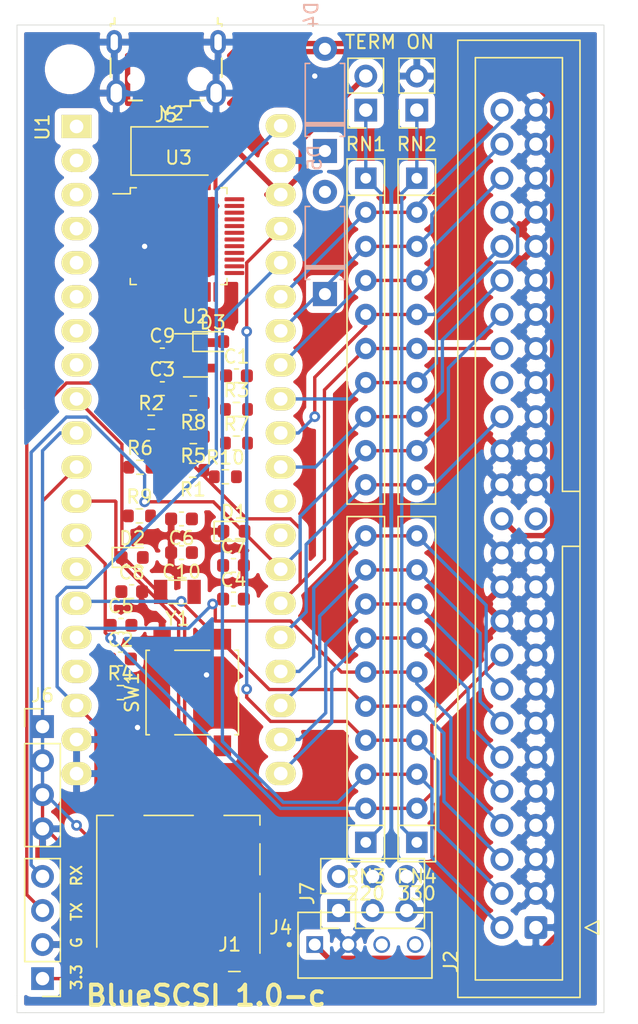
<source format=kicad_pcb>
(kicad_pcb (version 20171130) (host pcbnew "(5.1.9-16-g1737927814)-1")
  (layers (0 F.Cu signal) (31 B.Cu signal) (34 B.Paste user) (35 F.Paste user) (36 B.SilkS user) (37 F.SilkS user) (38 B.Mask user) (39 F.Mask user) (44 Edge.Cuts user))
  (net 0 "")
  (net 1 GND)
  (net 2 +3V3)
  (net 3 "Net-(JP1-Pad1)")
  (net 4 "Net-(JP2-Pad1)")
  (net 5 VCC)
  (net 6 /TERM_PWR)
  (net 7 +5V)
  (net 8 "Net-(H1-Pad1)")
  (net 9 "Net-(J1-Pad8)")
  (net 10 "Net-(J1-Pad1)")
  (net 11 "Net-(J2-Pad34)")
  (net 12 "Net-(J2-Pad25)")
  (net 13 "Net-(J4-Pad3)")
  (net 14 "Net-(J4-Pad4)")
  (net 15 "Net-(U1-Pad29)")
  (net 16 "Net-(U1-Pad28)")
  (net 17 "Net-(U1-Pad17)")
  (net 18 "Net-(U1-Pad14)")
  (net 19 "Net-(U1-Pad8)")
  (net 20 "Net-(U1-Pad7)")
  (net 21 "Net-(U1-Pad6)")
  (net 22 "Net-(U1-Pad5)")
  (net 23 "Net-(U1-Pad4)")
  (net 24 "Net-(U1-Pad3)")
  (net 25 "Net-(U1-Pad1)")
  (net 26 "Net-(C1-Pad2)")
  (net 27 /Blue_Pill_Clone/PC14)
  (net 28 /Blue_Pill_Clone/PC15)
  (net 29 /Blue_Pill_Clone/Reset)
  (net 30 "Net-(C4-Pad2)")
  (net 31 /Blue_Pill_Clone/OSCIN)
  (net 32 /Blue_Pill_Clone/OSCOUT)
  (net 33 "Net-(D1-Pad2)")
  (net 34 "Net-(D2-Pad2)")
  (net 35 "Net-(D3-Pad2)")
  (net 36 DBG_LED)
  (net 37 SD_MISO)
  (net 38 SD_CLK)
  (net 39 SD_CS)
  (net 40 SCSI_IO)
  (net 41 SCSI_REQ)
  (net 42 SCSI_CD)
  (net 43 SCSI_SEL)
  (net 44 SCSI_MSG)
  (net 45 SCSI_RST)
  (net 46 SCSI_ACK)
  (net 47 SCSI_BSY)
  (net 48 SCSI_ATN)
  (net 49 SCSI_DATP)
  (net 50 SCSI_DAT7)
  (net 51 SCSI_DAT6)
  (net 52 SCSI_DAT5)
  (net 53 SCSI_DAT4)
  (net 54 SCSI_DAT3)
  (net 55 SCSI_DAT2)
  (net 56 SCSI_DAT1)
  (net 57 SCSI_DAT0)
  (net 58 "Net-(J5-Pad4)")
  (net 59 "Net-(J5-Pad3)")
  (net 60 "Net-(J5-Pad2)")
  (net 61 VBUS)
  (net 62 /Blue_Pill_Clone/SWCLK)
  (net 63 /Blue_Pill_Clone/SWDIO)
  (net 64 "Net-(J7-Pad4)")
  (net 65 "Net-(J7-Pad3)")
  (net 66 /Blue_Pill_Clone/USB_Data_+)
  (net 67 /Blue_Pill_Clone/USB_Data_-)
  (net 68 /Blue_Pill_Clone/BOOT_0)
  (net 69 /Blue_Pill_Clone/BOOT_1)
  (net 70 "Net-(U2-Pad4)")
  (net 71 "Net-(U3-Pad19)")
  (net 72 "Net-(U3-Pad13)")
  (net 73 "Net-(U3-Pad12)")
  (net 74 "Net-(U3-Pad11)")
  (net 75 "Net-(U3-Pad10)")
  (net 76 "Net-(U3-Pad1)")
  (module Crystal:Crystal_SMD_5032-2Pin_5.0x3.2mm (layer F.Cu) (at 82.677 84.963)
    (fp_text reference Y2 (at 0 -2.8) (layer F.SilkS))
    (fp_text value 8MHz)
    (pad 2 smd rect (at 1.85 0) (size 2 2.4) (layers F.Cu F.Paste F.Mask) (net 32 /Blue_Pill_Clone/OSCOUT))
    (pad 1 smd rect (at -1.85 0) (size 2 2.4) (layers F.Cu F.Paste F.Mask) (net 31 /Blue_Pill_Clone/OSCIN))
  )
  (module Crystal:Crystal_SMD_3215-2Pin_3.2x1.5mm (layer F.Cu) (at 83.089 117.843 180)
    (fp_text reference Y1 (at 0 -2) (layer F.SilkS))
    (fp_text value 32.768k)
    (pad 2 smd rect (at -1.25 0 180) (size 1 1.8) (layers F.Cu F.Paste F.Mask) (net 28 /Blue_Pill_Clone/PC15))
    (pad 1 smd rect (at 1.25 0 180) (size 1 1.8) (layers F.Cu F.Paste F.Mask) (net 27 /Blue_Pill_Clone/PC14))
  )
  (module Package_QFP:LQFP-48_7x7mm_P0.5mm (layer F.Cu) (at 83.185 91.313)
    (fp_text reference U3 (at 0 -5.85) (layer F.SilkS))
    (fp_text value STM32F103C8Tx)
    (pad 48 smd roundrect (at -2.75 -4.1625) (size 0.3 1.475) (layers F.Cu F.Paste F.Mask) (net 2 +3V3))
    (pad 47 smd roundrect (at -2.25 -4.1625) (size 0.3 1.475) (layers F.Cu F.Paste F.Mask) (net 1 GND))
    (pad 46 smd roundrect (at -1.75 -4.1625) (size 0.3 1.475) (layers F.Cu F.Paste F.Mask) (net 56 SCSI_DAT1))
    (pad 45 smd roundrect (at -1.25 -4.1625) (size 0.3 1.475) (layers F.Cu F.Paste F.Mask) (net 57 SCSI_DAT0))
    (pad 44 smd roundrect (at -0.75 -4.1625) (size 0.3 1.475) (layers F.Cu F.Paste F.Mask) (net 68 /Blue_Pill_Clone/BOOT_0))
    (pad 43 smd roundrect (at -0.25 -4.1625) (size 0.3 1.475) (layers F.Cu F.Paste F.Mask) (net 40 SCSI_IO))
    (pad 42 smd roundrect (at 0.25 -4.1625) (size 0.3 1.475) (layers F.Cu F.Paste F.Mask) (net 41 SCSI_REQ))
    (pad 41 smd roundrect (at 0.75 -4.1625) (size 0.3 1.475) (layers F.Cu F.Paste F.Mask) (net 42 SCSI_CD))
    (pad 40 smd roundrect (at 1.25 -4.1625) (size 0.3 1.475) (layers F.Cu F.Paste F.Mask) (net 43 SCSI_SEL))
    (pad 39 smd roundrect (at 1.75 -4.1625) (size 0.3 1.475) (layers F.Cu F.Paste F.Mask) (net 44 SCSI_MSG))
    (pad 38 smd roundrect (at 2.25 -4.1625) (size 0.3 1.475) (layers F.Cu F.Paste F.Mask) (net 45 SCSI_RST))
    (pad 37 smd roundrect (at 2.75 -4.1625) (size 0.3 1.475) (layers F.Cu F.Paste F.Mask) (net 62 /Blue_Pill_Clone/SWCLK))
    (pad 36 smd roundrect (at 4.1625 -2.75) (size 1.475 0.3) (layers F.Cu F.Paste F.Mask) (net 2 +3V3))
    (pad 35 smd roundrect (at 4.1625 -2.25) (size 1.475 0.3) (layers F.Cu F.Paste F.Mask) (net 1 GND))
    (pad 34 smd roundrect (at 4.1625 -1.75) (size 1.475 0.3) (layers F.Cu F.Paste F.Mask) (net 63 /Blue_Pill_Clone/SWDIO))
    (pad 33 smd roundrect (at 4.1625 -1.25) (size 1.475 0.3) (layers F.Cu F.Paste F.Mask) (net 66 /Blue_Pill_Clone/USB_Data_+))
    (pad 32 smd roundrect (at 4.1625 -0.75) (size 1.475 0.3) (layers F.Cu F.Paste F.Mask) (net 67 /Blue_Pill_Clone/USB_Data_-))
    (pad 31 smd roundrect (at 4.1625 -0.25) (size 1.475 0.3) (layers F.Cu F.Paste F.Mask) (net 46 SCSI_ACK))
    (pad 30 smd roundrect (at 4.1625 0.25) (size 1.475 0.3) (layers F.Cu F.Paste F.Mask) (net 47 SCSI_BSY))
    (pad 29 smd roundrect (at 4.1625 0.75) (size 1.475 0.3) (layers F.Cu F.Paste F.Mask) (net 48 SCSI_ATN))
    (pad 28 smd roundrect (at 4.1625 1.25) (size 1.475 0.3) (layers F.Cu F.Paste F.Mask) (net 50 SCSI_DAT7))
    (pad 27 smd roundrect (at 4.1625 1.75) (size 1.475 0.3) (layers F.Cu F.Paste F.Mask) (net 51 SCSI_DAT6))
    (pad 26 smd roundrect (at 4.1625 2.25) (size 1.475 0.3) (layers F.Cu F.Paste F.Mask) (net 52 SCSI_DAT5))
    (pad 25 smd roundrect (at 4.1625 2.75) (size 1.475 0.3) (layers F.Cu F.Paste F.Mask) (net 53 SCSI_DAT4))
    (pad 24 smd roundrect (at 2.75 4.1625) (size 0.3 1.475) (layers F.Cu F.Paste F.Mask) (net 2 +3V3))
    (pad 23 smd roundrect (at 2.25 4.1625) (size 0.3 1.475) (layers F.Cu F.Paste F.Mask) (net 1 GND))
    (pad 22 smd roundrect (at 1.75 4.1625) (size 0.3 1.475) (layers F.Cu F.Paste F.Mask) (net 54 SCSI_DAT3))
    (pad 21 smd roundrect (at 1.25 4.1625) (size 0.3 1.475) (layers F.Cu F.Paste F.Mask) (net 55 SCSI_DAT2))
    (pad 20 smd roundrect (at 0.75 4.1625) (size 0.3 1.475) (layers F.Cu F.Paste F.Mask) (net 69 /Blue_Pill_Clone/BOOT_1))
    (pad 19 smd roundrect (at 0.25 4.1625) (size 0.3 1.475) (layers F.Cu F.Paste F.Mask) (net 71 "Net-(U3-Pad19)"))
    (pad 18 smd roundrect (at -0.25 4.1625) (size 0.3 1.475) (layers F.Cu F.Paste F.Mask) (net 49 SCSI_DATP))
    (pad 17 smd roundrect (at -0.75 4.1625) (size 0.3 1.475) (layers F.Cu F.Paste F.Mask) (net 37 SD_MISO))
    (pad 16 smd roundrect (at -1.25 4.1625) (size 0.3 1.475) (layers F.Cu F.Paste F.Mask) (net 37 SD_MISO))
    (pad 15 smd roundrect (at -1.75 4.1625) (size 0.3 1.475) (layers F.Cu F.Paste F.Mask) (net 38 SD_CLK))
    (pad 14 smd roundrect (at -2.25 4.1625) (size 0.3 1.475) (layers F.Cu F.Paste F.Mask) (net 39 SD_CS))
    (pad 13 smd roundrect (at -2.75 4.1625) (size 0.3 1.475) (layers F.Cu F.Paste F.Mask) (net 72 "Net-(U3-Pad13)"))
    (pad 12 smd roundrect (at -4.1625 2.75) (size 1.475 0.3) (layers F.Cu F.Paste F.Mask) (net 73 "Net-(U3-Pad12)"))
    (pad 11 smd roundrect (at -4.1625 2.25) (size 1.475 0.3) (layers F.Cu F.Paste F.Mask) (net 74 "Net-(U3-Pad11)"))
    (pad 10 smd roundrect (at -4.1625 1.75) (size 1.475 0.3) (layers F.Cu F.Paste F.Mask) (net 75 "Net-(U3-Pad10)"))
    (pad 9 smd roundrect (at -4.1625 1.25) (size 1.475 0.3) (layers F.Cu F.Paste F.Mask) (net 2 +3V3))
    (pad 8 smd roundrect (at -4.1625 0.75) (size 1.475 0.3) (layers F.Cu F.Paste F.Mask) (net 1 GND))
    (pad 7 smd roundrect (at -4.1625 0.25) (size 1.475 0.3) (layers F.Cu F.Paste F.Mask) (net 29 /Blue_Pill_Clone/Reset))
    (pad 6 smd roundrect (at -4.1625 -0.25) (size 1.475 0.3) (layers F.Cu F.Paste F.Mask) (net 32 /Blue_Pill_Clone/OSCOUT))
    (pad 5 smd roundrect (at -4.1625 -0.75) (size 1.475 0.3) (layers F.Cu F.Paste F.Mask) (net 31 /Blue_Pill_Clone/OSCIN))
    (pad 4 smd roundrect (at -4.1625 -1.25) (size 1.475 0.3) (layers F.Cu F.Paste F.Mask) (net 28 /Blue_Pill_Clone/PC15))
    (pad 3 smd roundrect (at -4.1625 -1.75) (size 1.475 0.3) (layers F.Cu F.Paste F.Mask) (net 27 /Blue_Pill_Clone/PC14))
    (pad 2 smd roundrect (at -4.1625 -2.25) (size 1.475 0.3) (layers F.Cu F.Paste F.Mask) (net 36 DBG_LED))
    (pad 1 smd roundrect (at -4.1625 -2.75) (size 1.475 0.3) (layers F.Cu F.Paste F.Mask) (net 76 "Net-(U3-Pad1)"))
  )
  (module Package_TO_SOT_SMD:SOT-23-5 (layer F.Cu) (at 84.455 100.203)
    (fp_text reference U2 (at 0 -2.9) (layer F.SilkS))
    (fp_text value MIC5504-3.3YM5)
    (pad 5 smd rect (at 1.1 -0.95) (size 1.06 0.65) (layers F.Cu F.Paste F.Mask) (net 2 +3V3))
    (pad 4 smd rect (at 1.1 0.95) (size 1.06 0.65) (layers F.Cu F.Paste F.Mask) (net 70 "Net-(U2-Pad4)"))
    (pad 3 smd rect (at -1.1 0.95) (size 1.06 0.65) (layers F.Cu F.Paste F.Mask) (net 7 +5V))
    (pad 2 smd rect (at -1.1 0) (size 1.06 0.65) (layers F.Cu F.Paste F.Mask) (net 1 GND))
    (pad 1 smd rect (at -1.1 -0.95) (size 1.06 0.65) (layers F.Cu F.Paste F.Mask) (net 7 +5V))
  )
  (module Button_Switch_SMD:SW_SPST_B3S-1000 (layer F.Cu) (at 84.201 125.349 90)
    (fp_text reference SW1 (at 0 -4.5 90) (layer F.SilkS))
    (fp_text value SW_Push)
    (pad 2 smd rect (at 3.975 2.25 90) (size 1.55 1.3) (layers F.Cu F.Paste F.Mask) (net 29 /Blue_Pill_Clone/Reset))
    (pad 2 smd rect (at -3.975 2.25 90) (size 1.55 1.3) (layers F.Cu F.Paste F.Mask) (net 29 /Blue_Pill_Clone/Reset))
    (pad 1 smd rect (at 3.975 -2.25 90) (size 1.55 1.3) (layers F.Cu F.Paste F.Mask) (net 1 GND))
    (pad 1 smd rect (at -3.975 -2.25 90) (size 1.55 1.3) (layers F.Cu F.Paste F.Mask) (net 1 GND))
  )
  (module Resistor_SMD:R_0603_1608Metric (layer F.Cu) (at 86.673 109.257)
    (fp_text reference R10 (at 0 -1.43) (layer F.SilkS))
    (fp_text value 100k)
    (pad 2 smd roundrect (at 0.825 0) (size 0.8 0.95) (layers F.Cu F.Paste F.Mask) (net 64 "Net-(J7-Pad4)"))
    (pad 1 smd roundrect (at -0.825 0) (size 0.8 0.95) (layers F.Cu F.Paste F.Mask) (net 69 /Blue_Pill_Clone/BOOT_1))
  )
  (module Resistor_SMD:R_0603_1608Metric (layer F.Cu) (at 80.259 112.177)
    (fp_text reference R9 (at 0 -1.43) (layer F.SilkS))
    (fp_text value 100k)
    (pad 2 smd roundrect (at 0.825 0) (size 0.8 0.95) (layers F.Cu F.Paste F.Mask) (net 68 /Blue_Pill_Clone/BOOT_0))
    (pad 1 smd roundrect (at -0.825 0) (size 0.8 0.95) (layers F.Cu F.Paste F.Mask) (net 65 "Net-(J7-Pad3)"))
  )
  (module Resistor_SMD:R_0603_1608Metric (layer F.Cu) (at 84.279 103.753 180)
    (fp_text reference R8 (at 0 -1.43) (layer F.SilkS))
    (fp_text value 4.7k)
    (pad 2 smd roundrect (at 0.825 0 180) (size 0.8 0.95) (layers F.Cu F.Paste F.Mask) (net 66 /Blue_Pill_Clone/USB_Data_+))
    (pad 1 smd roundrect (at -0.825 0 180) (size 0.8 0.95) (layers F.Cu F.Paste F.Mask) (net 61 VBUS))
  )
  (module Resistor_SMD:R_0603_1608Metric (layer F.Cu) (at 87.503 106.747)
    (fp_text reference R7 (at 0 -1.43) (layer F.SilkS))
    (fp_text value 1M)
    (pad 2 smd roundrect (at 0.825 0) (size 0.8 0.95) (layers F.Cu F.Paste F.Mask) (net 32 /Blue_Pill_Clone/OSCOUT))
    (pad 1 smd roundrect (at -0.825 0) (size 0.8 0.95) (layers F.Cu F.Paste F.Mask) (net 31 /Blue_Pill_Clone/OSCIN))
  )
  (module Resistor_SMD:R_0603_1608Metric (layer F.Cu) (at 80.299 108.547)
    (fp_text reference R6 (at 0 -1.43) (layer F.SilkS))
    (fp_text value 4.7k)
    (pad 2 smd roundrect (at 0.825 0) (size 0.8 0.95) (layers F.Cu F.Paste F.Mask) (net 2 +3V3))
    (pad 1 smd roundrect (at -0.825 0) (size 0.8 0.95) (layers F.Cu F.Paste F.Mask) (net 35 "Net-(D3-Pad2)"))
  )
  (module Resistor_SMD:R_0603_1608Metric (layer F.Cu) (at 84.279 106.263 180)
    (fp_text reference R5 (at 0 -1.43) (layer F.SilkS))
    (fp_text value 20)
    (pad 2 smd roundrect (at 0.825 0 180) (size 0.8 0.95) (layers F.Cu F.Paste F.Mask) (net 67 /Blue_Pill_Clone/USB_Data_-))
    (pad 1 smd roundrect (at -0.825 0 180) (size 0.8 0.95) (layers F.Cu F.Paste F.Mask) (net 60 "Net-(J5-Pad2)"))
  )
  (module Resistor_SMD:R_0603_1608Metric (layer F.Cu) (at 78.843 125.355)
    (fp_text reference R4 (at 0 -1.43) (layer F.SilkS))
    (fp_text value 20)
    (pad 2 smd roundrect (at 0.825 0) (size 0.8 0.95) (layers F.Cu F.Paste F.Mask) (net 59 "Net-(J5-Pad3)"))
    (pad 1 smd roundrect (at -0.825 0) (size 0.8 0.95) (layers F.Cu F.Paste F.Mask) (net 66 /Blue_Pill_Clone/USB_Data_+))
  )
  (module Resistor_SMD:R_0603_1608Metric (layer F.Cu) (at 87.503 104.237)
    (fp_text reference R3 (at 0 -1.43) (layer F.SilkS))
    (fp_text value 4.7k)
    (pad 2 smd roundrect (at 0.825 0) (size 0.8 0.95) (layers F.Cu F.Paste F.Mask) (net 7 +5V))
    (pad 1 smd roundrect (at -0.825 0) (size 0.8 0.95) (layers F.Cu F.Paste F.Mask) (net 34 "Net-(D2-Pad2)"))
  )
  (module Resistor_SMD:R_0603_1608Metric (layer F.Cu) (at 81.139 105.197)
    (fp_text reference R2 (at 0 -1.43) (layer F.SilkS))
    (fp_text value 4.7k)
    (pad 2 smd roundrect (at 0.825 0) (size 0.8 0.95) (layers F.Cu F.Paste F.Mask) (net 2 +3V3))
    (pad 1 smd roundrect (at -0.825 0) (size 0.8 0.95) (layers F.Cu F.Paste F.Mask) (net 33 "Net-(D1-Pad2)"))
  )
  (module Resistor_SMD:R_0603_1608Metric (layer F.Cu) (at 84.239 108.773 180)
    (fp_text reference R1 (at 0 -1.43) (layer F.SilkS))
    (fp_text value 100k)
    (pad 2 smd roundrect (at 0.825 0 180) (size 0.8 0.95) (layers F.Cu F.Paste F.Mask) (net 29 /Blue_Pill_Clone/Reset))
    (pad 1 smd roundrect (at -0.825 0 180) (size 0.8 0.95) (layers F.Cu F.Paste F.Mask) (net 2 +3V3))
  )
  (module Connector_PinHeader_2.54mm:PinHeader_2x03_P2.54mm_Vertical (layer F.Cu) (at 95.123 141.605 90)
    (fp_text reference J7 (at 1.27 -2.33 90) (layer F.SilkS))
    (fp_text value Conn_02x03_Odd_Even)
    (pad 6 thru_hole oval (at 2.54 5.08 90) (size 1.7 1.7) (drill 1) (layers *.Cu *.Mask) (net 1 GND))
    (pad 5 thru_hole oval (at 0 5.08 90) (size 1.7 1.7) (drill 1) (layers *.Cu *.Mask) (net 1 GND))
    (pad 4 thru_hole oval (at 2.54 2.54 90) (size 1.7 1.7) (drill 1) (layers *.Cu *.Mask) (net 64 "Net-(J7-Pad4)"))
    (pad 3 thru_hole oval (at 0 2.54 90) (size 1.7 1.7) (drill 1) (layers *.Cu *.Mask) (net 65 "Net-(J7-Pad3)"))
    (pad 2 thru_hole oval (at 2.54 0 90) (size 1.7 1.7) (drill 1) (layers *.Cu *.Mask) (net 2 +3V3))
    (pad 1 thru_hole rect (at 0 0 90) (size 1.7 1.7) (drill 1) (layers *.Cu *.Mask) (net 2 +3V3))
  )
  (module Connector_PinHeader_2.54mm:PinHeader_1x04_P2.54mm_Vertical (layer F.Cu) (at 73.025 127.889)
    (fp_text reference J6 (at 0 -2.33) (layer F.SilkS))
    (fp_text value Conn_01x04_Male)
    (pad 4 thru_hole oval (at 0 7.62) (size 1.7 1.7) (drill 1) (layers *.Cu *.Mask) (net 1 GND))
    (pad 3 thru_hole oval (at 0 5.08) (size 1.7 1.7) (drill 1) (layers *.Cu *.Mask) (net 62 /Blue_Pill_Clone/SWCLK))
    (pad 2 thru_hole oval (at 0 2.54) (size 1.7 1.7) (drill 1) (layers *.Cu *.Mask) (net 63 /Blue_Pill_Clone/SWDIO))
    (pad 1 thru_hole rect (at 0 0) (size 1.7 1.7) (drill 1) (layers *.Cu *.Mask) (net 2 +3V3))
  )
  (module Connector_USB:USB_Micro-B_Wuerth_629105150521 (layer F.Cu) (at 82.254 78.795 180)
    (fp_text reference J5 (at 0 -3.5) (layer F.SilkS))
    (fp_text value USB_B_Micro)
    (pad "" np_thru_hole oval (at 2.5 -0.8 180) (size 0.8 0.8) (drill 0.8) (layers *.Cu *.Mask))
    (pad "" np_thru_hole oval (at -2.5 -0.8 180) (size 0.8 0.8) (drill 0.8) (layers *.Cu *.Mask))
    (pad 6 thru_hole oval (at 3.875 1.95 180) (size 1.15 1.8) (drill oval 0.55 1.2) (layers *.Cu *.Mask) (net 1 GND))
    (pad 6 thru_hole oval (at -3.875 1.95 180) (size 1.15 1.8) (drill oval 0.55 1.2) (layers *.Cu *.Mask) (net 1 GND))
    (pad 6 thru_hole oval (at 3.725 -1.85 180) (size 1.45 2) (drill oval 0.85 1.4) (layers *.Cu *.Mask) (net 1 GND))
    (pad 6 thru_hole oval (at -3.725 -1.85 180) (size 1.45 2) (drill oval 0.85 1.4) (layers *.Cu *.Mask) (net 1 GND))
    (pad 5 smd rect (at 1.3 -1.9 180) (size 0.45 1.3) (layers F.Cu F.Paste F.Mask) (net 1 GND))
    (pad 4 smd rect (at 0.65 -1.9 180) (size 0.45 1.3) (layers F.Cu F.Paste F.Mask) (net 58 "Net-(J5-Pad4)"))
    (pad 3 smd rect (at 0 -1.9 180) (size 0.45 1.3) (layers F.Cu F.Paste F.Mask) (net 59 "Net-(J5-Pad3)"))
    (pad 2 smd rect (at -0.65 -1.9 180) (size 0.45 1.3) (layers F.Cu F.Paste F.Mask) (net 60 "Net-(J5-Pad2)"))
    (pad 1 smd rect (at -1.3 -1.9 180) (size 0.45 1.3) (layers F.Cu F.Paste F.Mask) (net 61 VBUS))
  )
  (module LED_SMD:LED_0603_1608Metric (layer F.Cu) (at 85.733 99.177)
    (fp_text reference D3 (at 0 -1.43) (layer F.SilkS))
    (fp_text value LED_Small)
    (pad 2 smd roundrect (at 0.7875 0) (size 0.875 0.95) (layers F.Cu F.Paste F.Mask) (net 35 "Net-(D3-Pad2)"))
    (pad 1 smd roundrect (at -0.7875 0) (size 0.875 0.95) (layers F.Cu F.Paste F.Mask) (net 36 DBG_LED))
  )
  (module LED_SMD:LED_0603_1608Metric (layer F.Cu) (at 79.723 115.275)
    (fp_text reference D2 (at 0 -1.43) (layer F.SilkS))
    (fp_text value LED_Small)
    (pad 2 smd roundrect (at 0.7875 0) (size 0.875 0.95) (layers F.Cu F.Paste F.Mask) (net 34 "Net-(D2-Pad2)"))
    (pad 1 smd roundrect (at -0.7875 0) (size 0.875 0.95) (layers F.Cu F.Paste F.Mask) (net 1 GND))
  )
  (module LED_SMD:LED_0603_1608Metric (layer F.Cu) (at 87.319 113.321)
    (fp_text reference D1 (at 0 -1.43) (layer F.SilkS))
    (fp_text value LED_Small)
    (pad 2 smd roundrect (at 0.7875 0) (size 0.875 0.95) (layers F.Cu F.Paste F.Mask) (net 33 "Net-(D1-Pad2)"))
    (pad 1 smd roundrect (at -0.7875 0) (size 0.875 0.95) (layers F.Cu F.Paste F.Mask) (net 1 GND))
  )
  (module Capacitor_SMD:C_0603_1608Metric (layer F.Cu) (at 83.399 114.913 180)
    (fp_text reference C10 (at 0 -1.43) (layer F.SilkS))
    (fp_text value 100nF)
    (pad 2 smd roundrect (at 0.775 0 180) (size 0.9 0.95) (layers F.Cu F.Paste F.Mask) (net 1 GND))
    (pad 1 smd roundrect (at -0.775 0 180) (size 0.9 0.95) (layers F.Cu F.Paste F.Mask) (net 2 +3V3))
  )
  (module Capacitor_SMD:C_0603_1608Metric (layer F.Cu) (at 81.969 100.177)
    (fp_text reference C9 (at 0 -1.43) (layer F.SilkS))
    (fp_text value 100nF)
    (pad 2 smd roundrect (at 0.775 0) (size 0.9 0.95) (layers F.Cu F.Paste F.Mask) (net 1 GND))
    (pad 1 smd roundrect (at -0.775 0) (size 0.9 0.95) (layers F.Cu F.Paste F.Mask) (net 2 +3V3))
  )
  (module Capacitor_SMD:C_0603_1608Metric (layer F.Cu) (at 79.683 117.825)
    (fp_text reference C8 (at 0 -1.43) (layer F.SilkS))
    (fp_text value 100nF)
    (pad 2 smd roundrect (at 0.775 0) (size 0.9 0.95) (layers F.Cu F.Paste F.Mask) (net 1 GND))
    (pad 1 smd roundrect (at -0.775 0) (size 0.9 0.95) (layers F.Cu F.Paste F.Mask) (net 2 +3V3))
  )
  (module Capacitor_SMD:C_0603_1608Metric (layer F.Cu) (at 87.279 115.871)
    (fp_text reference C7 (at 0 -1.43) (layer F.SilkS))
    (fp_text value 100nF)
    (pad 2 smd roundrect (at 0.775 0) (size 0.9 0.95) (layers F.Cu F.Paste F.Mask) (net 1 GND))
    (pad 1 smd roundrect (at -0.775 0) (size 0.9 0.95) (layers F.Cu F.Paste F.Mask) (net 2 +3V3))
  )
  (module Capacitor_SMD:C_0603_1608Metric (layer F.Cu) (at 83.399 112.403 180)
    (fp_text reference C6 (at 0 -1.43) (layer F.SilkS))
    (fp_text value 100nF)
    (pad 2 smd roundrect (at 0.775 0 180) (size 0.9 0.95) (layers F.Cu F.Paste F.Mask) (net 1 GND))
    (pad 1 smd roundrect (at -0.775 0 180) (size 0.9 0.95) (layers F.Cu F.Paste F.Mask) (net 2 +3V3))
  )
  (module Capacitor_SMD:C_0603_1608Metric (layer F.Cu) (at 78.883 120.335)
    (fp_text reference C5 (at 0 -1.43) (layer F.SilkS))
    (fp_text value 20p)
    (pad 2 smd roundrect (at 0.775 0) (size 0.9 0.95) (layers F.Cu F.Paste F.Mask) (net 30 "Net-(C4-Pad2)"))
    (pad 1 smd roundrect (at -0.775 0) (size 0.9 0.95) (layers F.Cu F.Paste F.Mask) (net 32 /Blue_Pill_Clone/OSCOUT))
  )
  (module Capacitor_SMD:C_0603_1608Metric (layer F.Cu) (at 87.279 118.381)
    (fp_text reference C4 (at 0 -1.43) (layer F.SilkS))
    (fp_text value 20p)
    (pad 2 smd roundrect (at 0.775 0) (size 0.9 0.95) (layers F.Cu F.Paste F.Mask) (net 30 "Net-(C4-Pad2)"))
    (pad 1 smd roundrect (at -0.775 0) (size 0.9 0.95) (layers F.Cu F.Paste F.Mask) (net 31 /Blue_Pill_Clone/OSCIN))
  )
  (module Capacitor_SMD:C_0603_1608Metric (layer F.Cu) (at 81.969 102.687)
    (fp_text reference C3 (at 0 -1.43) (layer F.SilkS))
    (fp_text value 100nF)
    (pad 2 smd roundrect (at 0.775 0) (size 0.9 0.95) (layers F.Cu F.Paste F.Mask) (net 1 GND))
    (pad 1 smd roundrect (at -0.775 0) (size 0.9 0.95) (layers F.Cu F.Paste F.Mask) (net 29 /Blue_Pill_Clone/Reset))
  )
  (module Capacitor_SMD:C_0603_1608Metric (layer F.Cu) (at 78.843 122.845)
    (fp_text reference C2 (at 0 -1.43) (layer F.SilkS))
    (fp_text value 20p)
    (pad 2 smd roundrect (at 0.775 0) (size 0.9 0.95) (layers F.Cu F.Paste F.Mask) (net 26 "Net-(C1-Pad2)"))
    (pad 1 smd roundrect (at -0.775 0) (size 0.9 0.95) (layers F.Cu F.Paste F.Mask) (net 28 /Blue_Pill_Clone/PC15))
  )
  (module Capacitor_SMD:C_0603_1608Metric (layer F.Cu) (at 87.503 101.727)
    (fp_text reference C1 (at 0 -1.43) (layer F.SilkS))
    (fp_text value 20p)
    (pad 2 smd roundrect (at 0.775 0) (size 0.9 0.95) (layers F.Cu F.Paste F.Mask) (net 26 "Net-(C1-Pad2)"))
    (pad 1 smd roundrect (at -0.775 0) (size 0.9 0.95) (layers F.Cu F.Paste F.Mask) (net 27 /Blue_Pill_Clone/PC14))
  )
  (module blue:BluePill_STM32F103C (layer F.Cu) (at 75.565 83.185)
    (fp_text reference U1 (at -2.54 0 270) (layer F.SilkS))
    (fp_text value BluePill_STM32F103C hide)
    (pad 40 thru_hole oval (at 15.24 -0.1016 90) (size 1.7272 2.25) (drill 1.016) (layers *.Cu *.Mask F.SilkS) (net 2 +3V3))
    (pad 39 thru_hole oval (at 15.24 2.4892 90) (size 1.7272 2.25) (drill 1.016) (layers *.Cu *.Mask F.SilkS) (net 1 GND))
    (pad 38 thru_hole oval (at 15.24 5.0292 90) (size 1.7272 2.25) (drill 1.016) (layers *.Cu *.Mask F.SilkS) (net 5 VCC))
    (pad 37 thru_hole oval (at 15.24 7.5692 90) (size 1.7272 2.25) (drill 1.016) (layers *.Cu *.Mask F.SilkS) (net 56 SCSI_DAT1))
    (pad 36 thru_hole oval (at 15.24 10.1092 90) (size 1.7272 2.25) (drill 1.016) (layers *.Cu *.Mask F.SilkS) (net 57 SCSI_DAT0))
    (pad 35 thru_hole oval (at 15.24 12.6492 90) (size 1.7272 2.25) (drill 1.016) (layers *.Cu *.Mask F.SilkS) (net 40 SCSI_IO))
    (pad 34 thru_hole oval (at 15.24 15.1892 90) (size 1.7272 2.25) (drill 1.016) (layers *.Cu *.Mask F.SilkS) (net 41 SCSI_REQ))
    (pad 33 thru_hole oval (at 15.24 17.7292 90) (size 1.7272 2.25) (drill 1.016) (layers *.Cu *.Mask F.SilkS) (net 42 SCSI_CD))
    (pad 32 thru_hole oval (at 15.24 20.2692 90) (size 1.7272 2.25) (drill 1.016) (layers *.Cu *.Mask F.SilkS) (net 43 SCSI_SEL))
    (pad 31 thru_hole oval (at 15.24 22.8092 90) (size 1.7272 2.25) (drill 1.016) (layers *.Cu *.Mask F.SilkS) (net 44 SCSI_MSG))
    (pad 30 thru_hole oval (at 15.24 25.3492 90) (size 1.7272 2.25) (drill 1.016) (layers *.Cu *.Mask F.SilkS) (net 45 SCSI_RST))
    (pad 29 thru_hole oval (at 15.24 27.8892 90) (size 1.7272 2.25) (drill 1.016) (layers *.Cu *.Mask F.SilkS) (net 15 "Net-(U1-Pad29)"))
    (pad 28 thru_hole oval (at 15.24 30.4292 90) (size 1.7272 2.25) (drill 1.016) (layers *.Cu *.Mask F.SilkS) (net 16 "Net-(U1-Pad28)"))
    (pad 27 thru_hole oval (at 15.24 32.9692 90) (size 1.7272 2.25) (drill 1.016) (layers *.Cu *.Mask F.SilkS) (net 46 SCSI_ACK))
    (pad 26 thru_hole oval (at 15.24 35.5092 90) (size 1.7272 2.25) (drill 1.016) (layers *.Cu *.Mask F.SilkS) (net 47 SCSI_BSY))
    (pad 25 thru_hole oval (at 15.24 38.0492 90) (size 1.7272 2.25) (drill 1.016) (layers *.Cu *.Mask F.SilkS) (net 48 SCSI_ATN))
    (pad 24 thru_hole oval (at 15.24 40.5892 90) (size 1.7272 2.25) (drill 1.016) (layers *.Cu *.Mask F.SilkS) (net 50 SCSI_DAT7))
    (pad 23 thru_hole oval (at 15.24 43.1292 90) (size 1.7272 2.25) (drill 1.016) (layers *.Cu *.Mask F.SilkS) (net 51 SCSI_DAT6))
    (pad 22 thru_hole oval (at 15.24 45.6692 90) (size 1.7272 2.25) (drill 1.016) (layers *.Cu *.Mask F.SilkS) (net 52 SCSI_DAT5))
    (pad 21 thru_hole oval (at 15.24 48.2092 90) (size 1.7272 2.25) (drill 1.016) (layers *.Cu *.Mask F.SilkS) (net 53 SCSI_DAT4))
    (pad 20 thru_hole oval (at 0 48.2092 270) (size 1.7272 2.25) (drill 1.016) (layers *.Cu *.Mask F.SilkS) (net 1 GND))
    (pad 19 thru_hole oval (at 0 45.6692 270) (size 1.7272 2.25) (drill 1.016) (layers *.Cu *.Mask F.SilkS) (net 1 GND))
    (pad 18 thru_hole oval (at 0 43.1292 270) (size 1.7272 2.25) (drill 1.016) (layers *.Cu *.Mask F.SilkS) (net 2 +3V3))
    (pad 17 thru_hole oval (at 0 40.5892 270) (size 1.7272 2.25) (drill 1.016) (layers *.Cu *.Mask F.SilkS) (net 17 "Net-(U1-Pad17)"))
    (pad 16 thru_hole oval (at 0 38.0492 270) (size 1.7272 2.25) (drill 1.016) (layers *.Cu *.Mask F.SilkS) (net 54 SCSI_DAT3))
    (pad 15 thru_hole oval (at 0 35.5092 270) (size 1.7272 2.25) (drill 1.016) (layers *.Cu *.Mask F.SilkS) (net 55 SCSI_DAT2))
    (pad 14 thru_hole oval (at 0 32.9692 270) (size 1.7272 2.25) (drill 1.016) (layers *.Cu *.Mask F.SilkS) (net 18 "Net-(U1-Pad14)"))
    (pad 13 thru_hole oval (at 0 30.4292 270) (size 1.7272 2.25) (drill 1.016) (layers *.Cu *.Mask F.SilkS) (net 49 SCSI_DATP))
    (pad 12 thru_hole oval (at 0 27.8892 270) (size 1.7272 2.25) (drill 1.016) (layers *.Cu *.Mask F.SilkS) (net 37 SD_MISO))
    (pad 11 thru_hole oval (at 0 25.3492 270) (size 1.7272 2.25) (drill 1.016) (layers *.Cu *.Mask F.SilkS) (net 37 SD_MISO))
    (pad 10 thru_hole oval (at 0 22.8092 270) (size 1.7272 2.25) (drill 1.016) (layers *.Cu *.Mask F.SilkS) (net 38 SD_CLK))
    (pad 9 thru_hole oval (at 0 20.2692 270) (size 1.7272 2.25) (drill 1.016) (layers *.Cu *.Mask F.SilkS) (net 39 SD_CS))
    (pad 8 thru_hole oval (at 0 17.7292 270) (size 1.7272 2.25) (drill 1.016) (layers *.Cu *.Mask F.SilkS) (net 19 "Net-(U1-Pad8)"))
    (pad 7 thru_hole oval (at 0 15.1892 270) (size 1.7272 2.25) (drill 1.016) (layers *.Cu *.Mask F.SilkS) (net 20 "Net-(U1-Pad7)"))
    (pad 6 thru_hole oval (at 0 12.6492 270) (size 1.7272 2.25) (drill 1.016) (layers *.Cu *.Mask F.SilkS) (net 21 "Net-(U1-Pad6)"))
    (pad 5 thru_hole oval (at 0 10.1092 270) (size 1.7272 2.25) (drill 1.016) (layers *.Cu *.Mask F.SilkS) (net 22 "Net-(U1-Pad5)"))
    (pad 4 thru_hole oval (at 0 7.5692 270) (size 1.7272 2.25) (drill 1.016) (layers *.Cu *.Mask F.SilkS) (net 23 "Net-(U1-Pad4)"))
    (pad 3 thru_hole oval (at 0 5.0292 270) (size 1.7272 2.25) (drill 1.016) (layers *.Cu *.Mask F.SilkS) (net 24 "Net-(U1-Pad3)"))
    (pad 2 thru_hole oval (at 0 2.4892 270) (size 1.7272 2.25) (drill 1.016) (layers *.Cu *.Mask F.SilkS) (net 36 DBG_LED))
    (pad 1 thru_hole rect (at 0 -0.0508 270) (size 1.7272 2.25) (drill 1.016) (layers *.Cu *.Mask F.SilkS) (net 25 "Net-(U1-Pad1)"))
  )
  (module MountingHole:MountingHole_2.7mm_M2.5 (layer F.Cu) (at 75.057 78.867)
    (fp_text reference H1 hide)
    (fp_text value MountingHole_Pad)
    (pad 1 np_thru_hole circle (at 0 0) (size 2.7 2.7) (drill 2.7) (layers *.Cu *.Mask) (net 8 "Net-(H1-Pad1)"))
  )
  (module Connector_IDC:IDC-Header_2x25_P2.54mm_Vertical (layer F.Cu) (at 109.855 142.875 180)
    (fp_text reference J2 (at 6.35 -2.54 90) (layer F.SilkS))
    (fp_text value Conn_02x25_Odd_Even)
    (pad 50 thru_hole circle (at 2.54 60.96 180) (size 1.7 1.7) (drill 1) (layers *.Cu *.Mask) (net 40 SCSI_IO))
    (pad 48 thru_hole circle (at 2.54 58.42 180) (size 1.7 1.7) (drill 1) (layers *.Cu *.Mask) (net 41 SCSI_REQ))
    (pad 46 thru_hole circle (at 2.54 55.88 180) (size 1.7 1.7) (drill 1) (layers *.Cu *.Mask) (net 42 SCSI_CD))
    (pad 44 thru_hole circle (at 2.54 53.34 180) (size 1.7 1.7) (drill 1) (layers *.Cu *.Mask) (net 43 SCSI_SEL))
    (pad 42 thru_hole circle (at 2.54 50.8 180) (size 1.7 1.7) (drill 1) (layers *.Cu *.Mask) (net 44 SCSI_MSG))
    (pad 40 thru_hole circle (at 2.54 48.26 180) (size 1.7 1.7) (drill 1) (layers *.Cu *.Mask) (net 45 SCSI_RST))
    (pad 38 thru_hole circle (at 2.54 45.72 180) (size 1.7 1.7) (drill 1) (layers *.Cu *.Mask) (net 46 SCSI_ACK))
    (pad 36 thru_hole circle (at 2.54 43.18 180) (size 1.7 1.7) (drill 1) (layers *.Cu *.Mask) (net 47 SCSI_BSY))
    (pad 34 thru_hole circle (at 2.54 40.64 180) (size 1.7 1.7) (drill 1) (layers *.Cu *.Mask) (net 11 "Net-(J2-Pad34)"))
    (pad 32 thru_hole circle (at 2.54 38.1 180) (size 1.7 1.7) (drill 1) (layers *.Cu *.Mask) (net 48 SCSI_ATN))
    (pad 30 thru_hole circle (at 2.54 35.56 180) (size 1.7 1.7) (drill 1) (layers *.Cu *.Mask) (net 1 GND))
    (pad 28 thru_hole circle (at 2.54 33.02 180) (size 1.7 1.7) (drill 1) (layers *.Cu *.Mask) (net 1 GND))
    (pad 26 thru_hole circle (at 2.54 30.48 180) (size 1.7 1.7) (drill 1) (layers *.Cu *.Mask) (net 6 /TERM_PWR))
    (pad 24 thru_hole circle (at 2.54 27.94 180) (size 1.7 1.7) (drill 1) (layers *.Cu *.Mask) (net 1 GND))
    (pad 22 thru_hole circle (at 2.54 25.4 180) (size 1.7 1.7) (drill 1) (layers *.Cu *.Mask) (net 1 GND))
    (pad 20 thru_hole circle (at 2.54 22.86 180) (size 1.7 1.7) (drill 1) (layers *.Cu *.Mask) (net 1 GND))
    (pad 18 thru_hole circle (at 2.54 20.32 180) (size 1.7 1.7) (drill 1) (layers *.Cu *.Mask) (net 49 SCSI_DATP))
    (pad 16 thru_hole circle (at 2.54 17.78 180) (size 1.7 1.7) (drill 1) (layers *.Cu *.Mask) (net 50 SCSI_DAT7))
    (pad 14 thru_hole circle (at 2.54 15.24 180) (size 1.7 1.7) (drill 1) (layers *.Cu *.Mask) (net 51 SCSI_DAT6))
    (pad 12 thru_hole circle (at 2.54 12.7 180) (size 1.7 1.7) (drill 1) (layers *.Cu *.Mask) (net 52 SCSI_DAT5))
    (pad 10 thru_hole circle (at 2.54 10.16 180) (size 1.7 1.7) (drill 1) (layers *.Cu *.Mask) (net 53 SCSI_DAT4))
    (pad 8 thru_hole circle (at 2.54 7.62 180) (size 1.7 1.7) (drill 1) (layers *.Cu *.Mask) (net 54 SCSI_DAT3))
    (pad 6 thru_hole circle (at 2.54 5.08 180) (size 1.7 1.7) (drill 1) (layers *.Cu *.Mask) (net 55 SCSI_DAT2))
    (pad 4 thru_hole circle (at 2.54 2.54 180) (size 1.7 1.7) (drill 1) (layers *.Cu *.Mask) (net 56 SCSI_DAT1))
    (pad 2 thru_hole circle (at 2.54 0 180) (size 1.7 1.7) (drill 1) (layers *.Cu *.Mask) (net 57 SCSI_DAT0))
    (pad 49 thru_hole circle (at 0 60.96 180) (size 1.7 1.7) (drill 1) (layers *.Cu *.Mask) (net 1 GND))
    (pad 47 thru_hole circle (at 0 58.42 180) (size 1.7 1.7) (drill 1) (layers *.Cu *.Mask) (net 1 GND))
    (pad 45 thru_hole circle (at 0 55.88 180) (size 1.7 1.7) (drill 1) (layers *.Cu *.Mask) (net 1 GND))
    (pad 43 thru_hole circle (at 0 53.34 180) (size 1.7 1.7) (drill 1) (layers *.Cu *.Mask) (net 1 GND))
    (pad 41 thru_hole circle (at 0 50.8 180) (size 1.7 1.7) (drill 1) (layers *.Cu *.Mask) (net 1 GND))
    (pad 39 thru_hole circle (at 0 48.26 180) (size 1.7 1.7) (drill 1) (layers *.Cu *.Mask) (net 1 GND))
    (pad 37 thru_hole circle (at 0 45.72 180) (size 1.7 1.7) (drill 1) (layers *.Cu *.Mask) (net 1 GND))
    (pad 35 thru_hole circle (at 0 43.18 180) (size 1.7 1.7) (drill 1) (layers *.Cu *.Mask) (net 1 GND))
    (pad 33 thru_hole circle (at 0 40.64 180) (size 1.7 1.7) (drill 1) (layers *.Cu *.Mask) (net 1 GND))
    (pad 31 thru_hole circle (at 0 38.1 180) (size 1.7 1.7) (drill 1) (layers *.Cu *.Mask) (net 1 GND))
    (pad 29 thru_hole circle (at 0 35.56 180) (size 1.7 1.7) (drill 1) (layers *.Cu *.Mask) (net 1 GND))
    (pad 27 thru_hole circle (at 0 33.02 180) (size 1.7 1.7) (drill 1) (layers *.Cu *.Mask) (net 1 GND))
    (pad 25 thru_hole circle (at 0 30.48 180) (size 1.7 1.7) (drill 1) (layers *.Cu *.Mask) (net 12 "Net-(J2-Pad25)"))
    (pad 23 thru_hole circle (at 0 27.94 180) (size 1.7 1.7) (drill 1) (layers *.Cu *.Mask) (net 1 GND))
    (pad 21 thru_hole circle (at 0 25.4 180) (size 1.7 1.7) (drill 1) (layers *.Cu *.Mask) (net 1 GND))
    (pad 19 thru_hole circle (at 0 22.86 180) (size 1.7 1.7) (drill 1) (layers *.Cu *.Mask) (net 1 GND))
    (pad 17 thru_hole circle (at 0 20.32 180) (size 1.7 1.7) (drill 1) (layers *.Cu *.Mask) (net 1 GND))
    (pad 15 thru_hole circle (at 0 17.78 180) (size 1.7 1.7) (drill 1) (layers *.Cu *.Mask) (net 1 GND))
    (pad 13 thru_hole circle (at 0 15.24 180) (size 1.7 1.7) (drill 1) (layers *.Cu *.Mask) (net 1 GND))
    (pad 11 thru_hole circle (at 0 12.7 180) (size 1.7 1.7) (drill 1) (layers *.Cu *.Mask) (net 1 GND))
    (pad 9 thru_hole circle (at 0 10.16 180) (size 1.7 1.7) (drill 1) (layers *.Cu *.Mask) (net 1 GND))
    (pad 7 thru_hole circle (at 0 7.62 180) (size 1.7 1.7) (drill 1) (layers *.Cu *.Mask) (net 1 GND))
    (pad 5 thru_hole circle (at 0 5.08 180) (size 1.7 1.7) (drill 1) (layers *.Cu *.Mask) (net 1 GND))
    (pad 3 thru_hole circle (at 0 2.54 180) (size 1.7 1.7) (drill 1) (layers *.Cu *.Mask) (net 1 GND))
    (pad 1 thru_hole roundrect (at 0 0 180) (size 1.7 1.7) (drill 1) (layers *.Cu *.Mask) (roundrect_rratio 0.1470588235294118) (net 1 GND))
  )
  (module Connector_Card:microSD_HC_Molex_104031-0811 (layer F.Cu) (at 83.185 140.335 180)
    (fp_text reference J1 (at -3.81 -3.81 180) (layer F.SilkS))
    (fp_text value Micro_SD_Card)
    (pad 11 smd rect (at 3.73 5.375 180) (size 1.9 1.35) (layers F.Cu F.Paste F.Mask))
    (pad 11 smd rect (at -2.24 5.375 180) (size 1.9 1.35) (layers F.Cu F.Paste F.Mask))
    (pad 9 smd rect (at -5.74 0.7 180) (size 1.2 1) (layers F.Cu F.Paste F.Mask) (net 1 GND))
    (pad 10 smd rect (at -5.74 4.4 180) (size 1.2 1) (layers F.Cu F.Paste F.Mask))
    (pad 11 smd rect (at -5.565 -5.325 180) (size 1.55 1.35) (layers F.Cu F.Paste F.Mask))
    (pad 11 smd rect (at 5.755 -5.1 180) (size 1.17 1.8) (layers F.Cu F.Paste F.Mask))
    (pad 7 smd rect (at 3.495 -5.45 180) (size 0.85 1.1) (layers F.Cu F.Paste F.Mask) (net 37 SD_MISO))
    (pad 6 smd rect (at 2.395 -5.45 180) (size 0.85 1.1) (layers F.Cu F.Paste F.Mask) (net 1 GND))
    (pad 5 smd rect (at 1.295 -5.45 180) (size 0.85 1.1) (layers F.Cu F.Paste F.Mask) (net 38 SD_CLK))
    (pad 4 smd rect (at 0.195 -5.45 180) (size 0.85 1.1) (layers F.Cu F.Paste F.Mask) (net 2 +3V3))
    (pad 3 smd rect (at -0.905 -5.45 180) (size 0.85 1.1) (layers F.Cu F.Paste F.Mask) (net 37 SD_MISO))
    (pad 2 smd rect (at -2.005 -5.45 180) (size 0.85 1.1) (layers F.Cu F.Paste F.Mask) (net 39 SD_CS))
    (pad 8 smd rect (at 4.545 -5.45 180) (size 0.75 1.1) (layers F.Cu F.Paste F.Mask) (net 9 "Net-(J1-Pad8)"))
    (pad 1 smd rect (at -3.105 -5.45 180) (size 0.85 1.1) (layers F.Cu F.Paste F.Mask) (net 10 "Net-(J1-Pad1)"))
  )
  (module Connector_PinSocket_2.54mm:PinSocket_1x02_P2.54mm_Vertical (layer F.Cu) (at 100.965 81.915 180)
    (fp_text reference JP1 hide)
    (fp_text value TERM_ENABLE_GND)
    (pad 1 thru_hole rect (at 0 0 180) (size 1.7 1.7) (drill 1) (layers *.Cu *.Mask) (net 3 "Net-(JP1-Pad1)"))
    (pad 2 thru_hole oval (at 0 2.54 180) (size 1.7 1.7) (drill 1) (layers *.Cu *.Mask) (net 1 GND))
  )
  (module Connector_PinSocket_2.54mm:PinSocket_1x02_P2.54mm_Vertical (layer F.Cu) (at 97.155 81.915 180)
    (fp_text reference JP2 hide)
    (fp_text value TERM_ENABLE_5V)
    (pad 2 thru_hole oval (at 0 2.54 180) (size 1.7 1.7) (drill 1) (layers *.Cu *.Mask) (net 5 VCC))
    (pad 1 thru_hole rect (at 0 0 180) (size 1.7 1.7) (drill 1) (layers *.Cu *.Mask) (net 4 "Net-(JP2-Pad1)"))
  )
  (module Resistor_THT:R_Array_SIP10 (layer F.Cu) (at 97.155 86.995 270)
    (fp_text reference RN1 (at -2.54 0 180) (layer F.SilkS))
    (fp_text value 220)
    (pad 1 thru_hole rect (at 0 0 270) (size 1.6 1.6) (drill 0.8) (layers *.Cu *.Mask) (net 4 "Net-(JP2-Pad1)"))
    (pad 2 thru_hole oval (at 2.54 0 270) (size 1.6 1.6) (drill 0.8) (layers *.Cu *.Mask) (net 40 SCSI_IO))
    (pad 3 thru_hole oval (at 5.08 0 270) (size 1.6 1.6) (drill 0.8) (layers *.Cu *.Mask) (net 41 SCSI_REQ))
    (pad 4 thru_hole oval (at 7.62 0 270) (size 1.6 1.6) (drill 0.8) (layers *.Cu *.Mask) (net 42 SCSI_CD))
    (pad 5 thru_hole oval (at 10.16 0 270) (size 1.6 1.6) (drill 0.8) (layers *.Cu *.Mask) (net 44 SCSI_MSG))
    (pad 6 thru_hole oval (at 12.7 0 270) (size 1.6 1.6) (drill 0.8) (layers *.Cu *.Mask) (net 47 SCSI_BSY))
    (pad 7 thru_hole oval (at 15.24 0 270) (size 1.6 1.6) (drill 0.8) (layers *.Cu *.Mask) (net 43 SCSI_SEL))
    (pad 8 thru_hole oval (at 17.78 0 270) (size 1.6 1.6) (drill 0.8) (layers *.Cu *.Mask) (net 45 SCSI_RST))
    (pad 9 thru_hole oval (at 20.32 0 270) (size 1.6 1.6) (drill 0.8) (layers *.Cu *.Mask) (net 46 SCSI_ACK))
    (pad 10 thru_hole oval (at 22.86 0 270) (size 1.6 1.6) (drill 0.8) (layers *.Cu *.Mask) (net 48 SCSI_ATN))
  )
  (module Resistor_THT:R_Array_SIP10 (layer F.Cu) (at 100.965 86.995 270)
    (fp_text reference RN2 (at -2.54 0 180) (layer F.SilkS))
    (fp_text value 330)
    (pad 1 thru_hole rect (at 0 0 270) (size 1.6 1.6) (drill 0.8) (layers *.Cu *.Mask) (net 3 "Net-(JP1-Pad1)"))
    (pad 2 thru_hole oval (at 2.54 0 270) (size 1.6 1.6) (drill 0.8) (layers *.Cu *.Mask) (net 40 SCSI_IO))
    (pad 3 thru_hole oval (at 5.08 0 270) (size 1.6 1.6) (drill 0.8) (layers *.Cu *.Mask) (net 41 SCSI_REQ))
    (pad 4 thru_hole oval (at 7.62 0 270) (size 1.6 1.6) (drill 0.8) (layers *.Cu *.Mask) (net 42 SCSI_CD))
    (pad 5 thru_hole oval (at 10.16 0 270) (size 1.6 1.6) (drill 0.8) (layers *.Cu *.Mask) (net 44 SCSI_MSG))
    (pad 6 thru_hole oval (at 12.7 0 270) (size 1.6 1.6) (drill 0.8) (layers *.Cu *.Mask) (net 47 SCSI_BSY))
    (pad 7 thru_hole oval (at 15.24 0 270) (size 1.6 1.6) (drill 0.8) (layers *.Cu *.Mask) (net 43 SCSI_SEL))
    (pad 8 thru_hole oval (at 17.78 0 270) (size 1.6 1.6) (drill 0.8) (layers *.Cu *.Mask) (net 45 SCSI_RST))
    (pad 9 thru_hole oval (at 20.32 0 270) (size 1.6 1.6) (drill 0.8) (layers *.Cu *.Mask) (net 46 SCSI_ACK))
    (pad 10 thru_hole oval (at 22.86 0 270) (size 1.6 1.6) (drill 0.8) (layers *.Cu *.Mask) (net 48 SCSI_ATN))
  )
  (module Resistor_THT:R_Array_SIP10 (layer F.Cu) (at 97.155 136.525 90)
    (fp_text reference RN3 (at -2.54 0 180) (layer F.SilkS))
    (fp_text value 220)
    (pad 10 thru_hole oval (at 22.86 0 90) (size 1.6 1.6) (drill 0.8) (layers *.Cu *.Mask) (net 50 SCSI_DAT7))
    (pad 9 thru_hole oval (at 20.32 0 90) (size 1.6 1.6) (drill 0.8) (layers *.Cu *.Mask) (net 51 SCSI_DAT6))
    (pad 8 thru_hole oval (at 17.78 0 90) (size 1.6 1.6) (drill 0.8) (layers *.Cu *.Mask) (net 52 SCSI_DAT5))
    (pad 7 thru_hole oval (at 15.24 0 90) (size 1.6 1.6) (drill 0.8) (layers *.Cu *.Mask) (net 53 SCSI_DAT4))
    (pad 6 thru_hole oval (at 12.7 0 90) (size 1.6 1.6) (drill 0.8) (layers *.Cu *.Mask) (net 54 SCSI_DAT3))
    (pad 5 thru_hole oval (at 10.16 0 90) (size 1.6 1.6) (drill 0.8) (layers *.Cu *.Mask) (net 55 SCSI_DAT2))
    (pad 4 thru_hole oval (at 7.62 0 90) (size 1.6 1.6) (drill 0.8) (layers *.Cu *.Mask) (net 56 SCSI_DAT1))
    (pad 3 thru_hole oval (at 5.08 0 90) (size 1.6 1.6) (drill 0.8) (layers *.Cu *.Mask) (net 57 SCSI_DAT0))
    (pad 2 thru_hole oval (at 2.54 0 90) (size 1.6 1.6) (drill 0.8) (layers *.Cu *.Mask) (net 49 SCSI_DATP))
    (pad 1 thru_hole rect (at 0 0 90) (size 1.6 1.6) (drill 0.8) (layers *.Cu *.Mask) (net 4 "Net-(JP2-Pad1)"))
  )
  (module Resistor_THT:R_Array_SIP10 (layer F.Cu) (at 100.965 136.525 90)
    (fp_text reference RN4 (at -2.54 0 180) (layer F.SilkS))
    (fp_text value 330)
    (pad 10 thru_hole oval (at 22.86 0 90) (size 1.6 1.6) (drill 0.8) (layers *.Cu *.Mask) (net 50 SCSI_DAT7))
    (pad 9 thru_hole oval (at 20.32 0 90) (size 1.6 1.6) (drill 0.8) (layers *.Cu *.Mask) (net 51 SCSI_DAT6))
    (pad 8 thru_hole oval (at 17.78 0 90) (size 1.6 1.6) (drill 0.8) (layers *.Cu *.Mask) (net 52 SCSI_DAT5))
    (pad 7 thru_hole oval (at 15.24 0 90) (size 1.6 1.6) (drill 0.8) (layers *.Cu *.Mask) (net 53 SCSI_DAT4))
    (pad 6 thru_hole oval (at 12.7 0 90) (size 1.6 1.6) (drill 0.8) (layers *.Cu *.Mask) (net 54 SCSI_DAT3))
    (pad 5 thru_hole oval (at 10.16 0 90) (size 1.6 1.6) (drill 0.8) (layers *.Cu *.Mask) (net 55 SCSI_DAT2))
    (pad 4 thru_hole oval (at 7.62 0 90) (size 1.6 1.6) (drill 0.8) (layers *.Cu *.Mask) (net 56 SCSI_DAT1))
    (pad 3 thru_hole oval (at 5.08 0 90) (size 1.6 1.6) (drill 0.8) (layers *.Cu *.Mask) (net 57 SCSI_DAT0))
    (pad 2 thru_hole oval (at 2.54 0 90) (size 1.6 1.6) (drill 0.8) (layers *.Cu *.Mask) (net 49 SCSI_DATP))
    (pad 1 thru_hole rect (at 0 0 90) (size 1.6 1.6) (drill 0.8) (layers *.Cu *.Mask) (net 3 "Net-(JP1-Pad1)"))
  )
  (module Connector_PinHeader_2.54mm:PinHeader_1x04_P2.54mm_Vertical (layer F.Cu) (at 73.025 146.685 180)
    (fp_text reference J3 hide)
    (fp_text value "Programming Pins")
    (pad 1 thru_hole rect (at 0 0 180) (size 1.7 1.7) (drill 1) (layers *.Cu *.Mask) (net 2 +3V3))
    (pad 2 thru_hole oval (at 0 2.54 180) (size 1.7 1.7) (drill 1) (layers *.Cu *.Mask) (net 1 GND))
    (pad 3 thru_hole oval (at 0 5.08 180) (size 1.7 1.7) (drill 1) (layers *.Cu *.Mask) (net 47 SCSI_BSY))
    (pad 4 thru_hole oval (at 0 7.62 180) (size 1.7 1.7) (drill 1) (layers *.Cu *.Mask) (net 46 SCSI_ACK))
  )
  (module 171825-4:TE_171825-4 (layer F.Cu) (at 93.345 144.145)
    (fp_text reference J4 (at -2.54 -1.27) (layer F.SilkS))
    (fp_text value "Berg Power Connector")
    (pad 1 thru_hole rect (at 0 0) (size 1.25 1.25) (drill 0.9) (layers *.Cu *.Mask) (net 7 +5V))
    (pad 2 thru_hole circle (at 2.5 0) (size 1.25 1.25) (drill 0.9) (layers *.Cu *.Mask) (net 1 GND))
    (pad 3 thru_hole circle (at 5 0) (size 1.25 1.25) (drill 0.9) (layers *.Cu *.Mask) (net 13 "Net-(J4-Pad3)"))
    (pad 4 thru_hole circle (at 7.5 0) (size 1.25 1.25) (drill 0.9) (layers *.Cu *.Mask) (net 14 "Net-(J4-Pad4)"))
  )
  (module Diode_THT:D_A-405_P7.62mm_Horizontal (layer B.Cu) (at 94.107 84.963 90)
    (fp_text reference D4 (at 10.16 -1.016 90) (layer B.SilkS) (effects (justify mirror)))
    (fp_text value Diode)
    (pad 1 thru_hole rect (at 0 0 90) (size 1.8 1.8) (drill 0.9) (layers *.Cu *.Mask) (net 5 VCC))
    (pad 2 thru_hole oval (at 7.62 0 90) (size 1.8 1.8) (drill 0.9) (layers *.Cu *.Mask) (net 7 +5V))
  )
  (module Diode_THT:D_A-405_P7.62mm_Horizontal (layer B.Cu) (at 94.107 95.631 90)
    (fp_text reference D5 (at 10.16 -0.762 90) (layer B.SilkS) (effects (justify mirror)))
    (fp_text value Diode)
    (pad 2 thru_hole oval (at 7.62 0 90) (size 1.8 1.8) (drill 0.9) (layers *.Cu *.Mask) (net 6 /TERM_PWR))
    (pad 1 thru_hole rect (at 0 0 90) (size 1.8 1.8) (drill 0.9) (layers *.Cu *.Mask) (net 5 VCC))
  )
  (gr_line (start 71.755 149.225) (end 71.12 149.225) (layer Edge.Cuts) (width 0.05))
  (gr_line (start 71.12 147.955) (end 71.12 149.225) (layer Edge.Cuts) (width 0.05))
  (gr_line (start 114.935 149.225) (end 71.755 149.225) (layer Edge.Cuts) (width 0.05))
  (gr_line (start 114.935 147.955) (end 114.935 149.225) (layer Edge.Cuts) (width 0.05))
  (gr_text "3.3  G  TX  RX" (at 75.565 142.875 90) (layer F.SilkS) (effects (font (size 0.8 0.8))))
  (gr_text 330 (at 100.965 140.335) (layer F.SilkS) (effects (font (size 1 1))))
  (gr_text 220 (at 97.155 140.335) (layer F.SilkS) (effects (font (size 1 1))))
  (gr_text "TERM ON" (at 98.933 76.835) (layer F.SilkS) (effects (font (size 1 1))))
  (gr_line (start 114.935 75.565) (end 71.12 75.565) (layer Edge.Cuts) (width 0.05))
  (gr_line (start 114.935 147.955) (end 114.935 75.565) (layer Edge.Cuts) (width 0.05))
  (gr_line (start 71.12 147.955) (end 71.12 75.565) (layer Edge.Cuts) (width 0.05))
  (gr_text "BlueSCSI 1.0-c" (at 85.217 147.955) (layer F.SilkS) (effects (font (size 1.5 1.5) (thickness 0.3))))
  (segment (start 79.69 141.92) (end 79.69 145.785) (width 0.25) (layer F.Cu) (net 37))
  (segment (start 73.025 135.255) (end 79.69 141.92) (width 0.25) (layer F.Cu) (net 37))
  (segment (start 73.025 111.0742) (end 73.025 135.255) (width 0.25) (layer F.Cu) (net 37))
  (segment (start 75.565 108.5342) (end 73.025 111.0742) (width 0.25) (layer F.Cu) (net 37))
  (segment (start 75.565 131.3942) (end 75.565 128.8542) (width 0.25) (layer B.Cu) (net 1))
  (segment (start 107.315 79.375) (end 100.965 79.375) (width 0.25) (layer B.Cu) (net 1))
  (segment (start 109.855 81.915) (end 107.315 79.375) (width 0.25) (layer B.Cu) (net 1))
  (via (at 85.265 124.035) (size 0.8) (drill 0.4) (layers F.Cu B.Cu) (net 1))
  (via (at 80.115 127.955) (size 0.8) (drill 0.4) (layers F.Cu B.Cu) (net 1))
  (via (at 80.645 92.075) (size 0.8) (drill 0.4) (layers F.Cu B.Cu) (net 1))
  (via (at 93.345 79.375) (size 0.8) (drill 0.4) (layers F.Cu B.Cu) (net 1))
  (segment (start 75.565 135.255) (end 81.89 141.58) (width 0.25) (layer F.Cu) (net 38))
  (segment (start 81.89 141.58) (end 81.89 145.785) (width 0.25) (layer F.Cu) (net 38))
  (segment (start 73.025 132.715) (end 75.565 135.255) (width 0.25) (layer B.Cu) (net 38))
  (via (at 75.565 135.255) (size 0.8) (drill 0.4) (layers F.Cu B.Cu) (net 38))
  (segment (start 73.025 107.315) (end 73.025 132.715) (width 0.25) (layer B.Cu) (net 38))
  (segment (start 74.3458 105.9942) (end 73.025 107.315) (width 0.25) (layer B.Cu) (net 38))
  (segment (start 75.565 105.9942) (end 74.3458 105.9942) (width 0.25) (layer B.Cu) (net 38))
  (segment (start 77.01501 134.80142) (end 77.01501 127.76421) (width 0.25) (layer F.Cu) (net 2))
  (segment (start 82.99 145.785) (end 82.99 140.77641) (width 0.25) (layer F.Cu) (net 2))
  (segment (start 77.01501 127.76421) (end 75.565 126.3142) (width 0.25) (layer F.Cu) (net 2))
  (segment (start 82.99 140.77641) (end 77.01501 134.80142) (width 0.25) (layer F.Cu) (net 2))
  (segment (start 75.5142 126.3142) (end 75.565 126.3142) (width 0.25) (layer B.Cu) (net 2))
  (segment (start 74.11499 118.201862) (end 74.11499 124.91499) (width 0.25) (layer B.Cu) (net 2))
  (segment (start 74.11499 124.91499) (end 75.5142 126.3142) (width 0.25) (layer B.Cu) (net 2))
  (segment (start 74.811262 117.50559) (end 74.11499 118.201862) (width 0.25) (layer B.Cu) (net 2))
  (segment (start 76.318738 117.50559) (end 74.811262 117.50559) (width 0.25) (layer B.Cu) (net 2))
  (segment (start 85.999991 107.824337) (end 76.318738 117.50559) (width 0.25) (layer B.Cu) (net 2))
  (segment (start 85.999991 87.888409) (end 85.999991 107.824337) (width 0.25) (layer B.Cu) (net 2))
  (segment (start 90.805 83.0834) (end 85.999991 87.888409) (width 0.25) (layer B.Cu) (net 2))
  (segment (start 82.99 146.585) (end 82.99 145.785) (width 0.25) (layer F.Cu) (net 2))
  (segment (start 82.89 146.685) (end 82.99 146.585) (width 0.25) (layer F.Cu) (net 2))
  (segment (start 73.025 146.685) (end 82.89 146.685) (width 0.25) (layer F.Cu) (net 2))
  (segment (start 78.4492 111.0742) (end 78.5 111.125) (width 0.25) (layer F.Cu) (net 37))
  (segment (start 75.565 111.0742) (end 78.4492 111.0742) (width 0.25) (layer F.Cu) (net 37))
  (segment (start 84.09 141.24) (end 84.09 145.785) (width 0.25) (layer F.Cu) (net 37))
  (segment (start 83.185 140.335) (end 84.09 141.24) (width 0.25) (layer F.Cu) (net 37))
  (segment (start 83.185 120.015) (end 83.185 140.335) (width 0.25) (layer F.Cu) (net 37))
  (segment (start 78.5 115.33) (end 83.185 120.015) (width 0.25) (layer F.Cu) (net 37))
  (segment (start 78.5 111.125) (end 78.5 115.33) (width 0.25) (layer F.Cu) (net 37))
  (segment (start 78.95001 106.83921) (end 75.565 103.4542) (width 0.25) (layer F.Cu) (net 39))
  (segment (start 78.95001 115.1436) (end 78.95001 106.83921) (width 0.25) (layer F.Cu) (net 39))
  (segment (start 83.63501 119.8286) (end 78.95001 115.1436) (width 0.25) (layer F.Cu) (net 39))
  (segment (start 83.63501 135.380012) (end 83.63501 119.8286) (width 0.25) (layer F.Cu) (net 39))
  (segment (start 85.19 136.935002) (end 83.63501 135.380012) (width 0.25) (layer F.Cu) (net 39))
  (segment (start 85.19 145.785) (end 85.19 136.935002) (width 0.25) (layer F.Cu) (net 39))
  (segment (start 90.8558 95.8342) (end 97.155 89.535) (width 0.25) (layer B.Cu) (net 40))
  (segment (start 90.805 95.8342) (end 90.8558 95.8342) (width 0.25) (layer B.Cu) (net 40))
  (segment (start 97.155 89.535) (end 100.965 89.535) (width 0.25) (layer F.Cu) (net 40))
  (segment (start 107.315 82.715998) (end 107.315 81.915) (width 0.25) (layer B.Cu) (net 40))
  (segment (start 100.965 89.065998) (end 107.315 82.715998) (width 0.25) (layer B.Cu) (net 40))
  (segment (start 100.965 89.535) (end 100.965 89.065998) (width 0.25) (layer B.Cu) (net 40))
  (segment (start 90.8558 98.3742) (end 97.155 92.075) (width 0.25) (layer B.Cu) (net 41))
  (segment (start 90.805 98.3742) (end 90.8558 98.3742) (width 0.25) (layer B.Cu) (net 41))
  (segment (start 107.315 84.850002) (end 107.315 84.455) (width 0.25) (layer B.Cu) (net 41))
  (segment (start 97.155 92.075) (end 100.965 92.075) (width 0.25) (layer F.Cu) (net 41))
  (segment (start 102.090001 89.679999) (end 107.315 84.455) (width 0.25) (layer B.Cu) (net 41))
  (segment (start 102.090001 90.949999) (end 102.090001 89.679999) (width 0.25) (layer B.Cu) (net 41))
  (segment (start 100.965 92.075) (end 102.090001 90.949999) (width 0.25) (layer B.Cu) (net 41))
  (segment (start 90.8558 100.9142) (end 97.155 94.615) (width 0.25) (layer B.Cu) (net 42))
  (segment (start 90.805 100.9142) (end 90.8558 100.9142) (width 0.25) (layer B.Cu) (net 42))
  (segment (start 102.090001 92.219999) (end 107.315 86.995) (width 0.25) (layer B.Cu) (net 42))
  (segment (start 102.090001 93.489999) (end 102.090001 92.219999) (width 0.25) (layer B.Cu) (net 42))
  (segment (start 100.965 94.615) (end 102.090001 93.489999) (width 0.25) (layer B.Cu) (net 42))
  (segment (start 97.155 94.615) (end 100.965 94.615) (width 0.25) (layer F.Cu) (net 42))
  (segment (start 97.155 102.235) (end 100.965 102.235) (width 0.25) (layer F.Cu) (net 43))
  (segment (start 95.9358 103.4542) (end 97.155 102.235) (width 0.25) (layer B.Cu) (net 43))
  (segment (start 90.805 103.4542) (end 95.9358 103.4542) (width 0.25) (layer B.Cu) (net 43))
  (segment (start 108.490001 92.639001) (end 108.490001 90.710001) (width 0.25) (layer B.Cu) (net 43))
  (segment (start 108.490001 90.710001) (end 107.315 89.535) (width 0.25) (layer B.Cu) (net 43))
  (segment (start 107.879001 93.250001) (end 108.490001 92.639001) (width 0.25) (layer B.Cu) (net 43))
  (segment (start 106.940997 93.250001) (end 107.879001 93.250001) (width 0.25) (layer B.Cu) (net 43))
  (segment (start 102.421401 97.769597) (end 106.940997 93.250001) (width 0.25) (layer B.Cu) (net 43))
  (segment (start 102.421401 100.778599) (end 102.421401 97.769597) (width 0.25) (layer B.Cu) (net 43))
  (segment (start 100.965 102.235) (end 102.421401 100.778599) (width 0.25) (layer B.Cu) (net 43))
  (segment (start 90.805 108.5342) (end 90.8558 108.5342) (width 0.25) (layer F.Cu) (net 45))
  (segment (start 97.155 104.775) (end 100.965 104.775) (width 0.25) (layer F.Cu) (net 45))
  (segment (start 93.3958 108.5342) (end 97.155 104.775) (width 0.25) (layer B.Cu) (net 45))
  (segment (start 90.805 108.5342) (end 93.3958 108.5342) (width 0.25) (layer B.Cu) (net 45))
  (segment (start 102.871411 102.868589) (end 100.965 104.775) (width 0.25) (layer B.Cu) (net 45))
  (segment (start 102.871411 99.058589) (end 102.871411 102.868589) (width 0.25) (layer B.Cu) (net 45))
  (segment (start 107.315 94.615) (end 102.871411 99.058589) (width 0.25) (layer B.Cu) (net 45))
  (segment (start 97.155 107.315) (end 100.965 107.315) (width 0.25) (layer F.Cu) (net 46))
  (segment (start 92.25501 112.21499) (end 92.25501 114.70419) (width 0.25) (layer B.Cu) (net 46))
  (segment (start 97.155 107.315) (end 92.25501 112.21499) (width 0.25) (layer B.Cu) (net 46))
  (segment (start 92.25501 114.70419) (end 90.805 116.1542) (width 0.25) (layer B.Cu) (net 46))
  (segment (start 90.805 116.1542) (end 90.805 116.205) (width 0.25) (layer F.Cu) (net 46))
  (segment (start 103.321421 104.958579) (end 103.321421 101.148579) (width 0.25) (layer B.Cu) (net 46))
  (segment (start 103.321421 101.148579) (end 107.315 97.155) (width 0.25) (layer B.Cu) (net 46))
  (segment (start 100.965 107.315) (end 103.321421 104.958579) (width 0.25) (layer B.Cu) (net 46))
  (segment (start 72.175001 107.441851) (end 74.811262 104.80559) (width 0.25) (layer B.Cu) (net 46))
  (segment (start 74.811262 104.80559) (end 76.318738 104.80559) (width 0.25) (layer B.Cu) (net 46))
  (via (at 80.645 111.125) (size 0.8) (drill 0.4) (layers F.Cu B.Cu) (net 46))
  (segment (start 72.175001 138.215001) (end 72.175001 107.441851) (width 0.25) (layer B.Cu) (net 46))
  (segment (start 76.318738 104.80559) (end 80.645 109.131852) (width 0.25) (layer B.Cu) (net 46))
  (segment (start 80.645 109.131852) (end 80.645 111.125) (width 0.25) (layer B.Cu) (net 46))
  (segment (start 73.025 139.065) (end 72.175001 138.215001) (width 0.25) (layer B.Cu) (net 46))
  (segment (start 85.7758 111.125) (end 90.805 116.1542) (width 0.25) (layer F.Cu) (net 46))
  (segment (start 80.645 111.125) (end 85.7758 111.125) (width 0.25) (layer F.Cu) (net 46))
  (segment (start 97.155 99.695) (end 100.965 99.695) (width 0.25) (layer F.Cu) (net 47))
  (segment (start 94.070001 102.779999) (end 97.155 99.695) (width 0.25) (layer F.Cu) (net 47))
  (segment (start 94.070001 115.429199) (end 94.070001 102.779999) (width 0.25) (layer F.Cu) (net 47))
  (segment (start 90.805 118.6942) (end 94.070001 115.429199) (width 0.25) (layer F.Cu) (net 47))
  (segment (start 100.965 99.695) (end 107.315 99.695) (width 0.25) (layer F.Cu) (net 47))
  (segment (start 92.25501 117.24419) (end 90.805 118.6942) (width 0.25) (layer F.Cu) (net 47))
  (segment (start 92.25501 113.121862) (end 92.25501 117.24419) (width 0.25) (layer F.Cu) (net 47))
  (segment (start 91.528148 112.395) (end 92.25501 113.121862) (width 0.25) (layer F.Cu) (net 47))
  (segment (start 71.849999 105.226853) (end 74.811262 102.26559) (width 0.25) (layer F.Cu) (net 47))
  (segment (start 88.265 112.395) (end 91.528148 112.395) (width 0.25) (layer F.Cu) (net 47))
  (segment (start 71.849999 140.429999) (end 71.849999 105.226853) (width 0.25) (layer F.Cu) (net 47))
  (segment (start 78.13559 102.26559) (end 88.265 112.395) (width 0.25) (layer F.Cu) (net 47))
  (segment (start 74.811262 102.26559) (end 78.13559 102.26559) (width 0.25) (layer F.Cu) (net 47))
  (segment (start 73.025 141.605) (end 71.849999 140.429999) (width 0.25) (layer F.Cu) (net 47))
  (segment (start 97.155 109.855) (end 100.965 109.855) (width 0.25) (layer F.Cu) (net 48))
  (segment (start 90.805 121.2342) (end 90.805 121.285) (width 0.25) (layer B.Cu) (net 48))
  (segment (start 92.70502 114.30498) (end 97.155 109.855) (width 0.25) (layer B.Cu) (net 48))
  (segment (start 92.70502 119.33418) (end 92.70502 114.30498) (width 0.25) (layer B.Cu) (net 48))
  (segment (start 90.805 121.2342) (end 92.70502 119.33418) (width 0.25) (layer B.Cu) (net 48))
  (segment (start 102.235 109.855) (end 107.315 104.775) (width 0.25) (layer B.Cu) (net 48))
  (segment (start 100.965 109.855) (end 102.235 109.855) (width 0.25) (layer B.Cu) (net 48))
  (segment (start 90.805 105.9942) (end 90.8558 105.9942) (width 0.25) (layer F.Cu) (net 44))
  (via (at 93.345 104.775) (size 0.8) (drill 0.4) (layers F.Cu B.Cu) (net 44))
  (segment (start 93.345 104.775) (end 93.345 101.839998) (width 0.25) (layer F.Cu) (net 44))
  (segment (start 97.155 98.029998) (end 97.155 97.155) (width 0.25) (layer F.Cu) (net 44))
  (segment (start 93.345 101.839998) (end 97.155 98.029998) (width 0.25) (layer F.Cu) (net 44))
  (segment (start 90.805 105.9942) (end 92.1258 105.9942) (width 0.25) (layer B.Cu) (net 44))
  (segment (start 92.1258 105.9942) (end 93.345 104.775) (width 0.25) (layer B.Cu) (net 44))
  (segment (start 97.155 97.155) (end 100.965 97.155) (width 0.25) (layer F.Cu) (net 44))
  (segment (start 102.235 97.155) (end 107.315 92.075) (width 0.25) (layer B.Cu) (net 44))
  (segment (start 100.965 97.155) (end 102.235 97.155) (width 0.25) (layer B.Cu) (net 44))
  (segment (start 102.090001 132.859999) (end 100.965 133.985) (width 0.25) (layer F.Cu) (net 49))
  (segment (start 102.090001 127.779999) (end 102.090001 132.859999) (width 0.25) (layer F.Cu) (net 49))
  (segment (start 107.315 122.555) (end 102.090001 127.779999) (width 0.25) (layer F.Cu) (net 49))
  (via (at 78.105 121.285) (size 0.8) (drill 0.4) (layers F.Cu B.Cu) (net 49))
  (segment (start 90.805 133.985) (end 78.105 121.285) (width 0.25) (layer B.Cu) (net 49))
  (segment (start 97.155 133.985) (end 90.805 133.985) (width 0.25) (layer B.Cu) (net 49))
  (segment (start 77.705001 115.754201) (end 75.565 113.6142) (width 0.25) (layer F.Cu) (net 49))
  (segment (start 77.705001 120.885001) (end 77.705001 115.754201) (width 0.25) (layer F.Cu) (net 49))
  (segment (start 78.105 121.285) (end 77.705001 120.885001) (width 0.25) (layer F.Cu) (net 49))
  (segment (start 97.155 133.985) (end 100.965 133.985) (width 0.25) (layer F.Cu) (net 49))
  (segment (start 100.965 113.665) (end 97.155 113.665) (width 0.25) (layer F.Cu) (net 50))
  (segment (start 93.264971 122.689229) (end 93.264971 117.555029) (width 0.25) (layer B.Cu) (net 50))
  (segment (start 92.18 123.7742) (end 93.264971 122.689229) (width 0.25) (layer B.Cu) (net 50))
  (segment (start 93.264971 117.555029) (end 97.155 113.665) (width 0.25) (layer B.Cu) (net 50))
  (segment (start 90.805 123.7742) (end 92.18 123.7742) (width 0.25) (layer B.Cu) (net 50))
  (segment (start 106.139999 118.839999) (end 100.965 113.665) (width 0.25) (layer B.Cu) (net 50))
  (segment (start 106.139999 123.919999) (end 106.139999 118.839999) (width 0.25) (layer B.Cu) (net 50))
  (segment (start 107.315 125.095) (end 106.139999 123.919999) (width 0.25) (layer B.Cu) (net 50))
  (segment (start 97.155 116.205) (end 100.965 116.205) (width 0.25) (layer F.Cu) (net 51))
  (segment (start 93.714981 119.645019) (end 97.155 116.205) (width 0.25) (layer B.Cu) (net 51))
  (segment (start 93.714981 123.404219) (end 93.714981 119.645019) (width 0.25) (layer B.Cu) (net 51))
  (segment (start 90.805 126.3142) (end 93.714981 123.404219) (width 0.25) (layer B.Cu) (net 51))
  (segment (start 105.689989 120.929989) (end 100.965 116.205) (width 0.25) (layer B.Cu) (net 51))
  (segment (start 105.689989 126.009989) (end 105.689989 120.929989) (width 0.25) (layer B.Cu) (net 51))
  (segment (start 107.315 127.635) (end 105.689989 126.009989) (width 0.25) (layer B.Cu) (net 51))
  (segment (start 100.965 118.745) (end 97.155 118.745) (width 0.25) (layer F.Cu) (net 52))
  (segment (start 94.16499 126.86921) (end 94.16499 121.73501) (width 0.25) (layer B.Cu) (net 52))
  (segment (start 94.16499 121.73501) (end 97.155 118.745) (width 0.25) (layer B.Cu) (net 52))
  (segment (start 92.18 128.8542) (end 94.16499 126.86921) (width 0.25) (layer B.Cu) (net 52))
  (segment (start 90.805 128.8542) (end 92.18 128.8542) (width 0.25) (layer B.Cu) (net 52))
  (segment (start 105.239979 123.019979) (end 100.965 118.745) (width 0.25) (layer B.Cu) (net 52))
  (segment (start 105.239979 128.099979) (end 105.239979 123.019979) (width 0.25) (layer B.Cu) (net 52))
  (segment (start 107.315 130.175) (end 105.239979 128.099979) (width 0.25) (layer B.Cu) (net 52))
  (segment (start 97.155 121.285) (end 100.965 121.285) (width 0.25) (layer F.Cu) (net 53))
  (segment (start 90.805 131.3942) (end 94.615 127.5842) (width 0.25) (layer B.Cu) (net 53))
  (segment (start 94.615 123.825) (end 97.155 121.285) (width 0.25) (layer B.Cu) (net 53))
  (segment (start 94.615 127.5842) (end 94.615 123.825) (width 0.25) (layer B.Cu) (net 53))
  (segment (start 104.789969 125.109969) (end 100.965 121.285) (width 0.25) (layer B.Cu) (net 53))
  (segment (start 104.789969 130.189969) (end 104.789969 125.109969) (width 0.25) (layer B.Cu) (net 53))
  (segment (start 107.315 132.715) (end 104.789969 130.189969) (width 0.25) (layer B.Cu) (net 53))
  (segment (start 75.565 121.2342) (end 76.1492 121.2342) (width 0.25) (layer B.Cu) (net 54))
  (segment (start 95.338148 123.825) (end 97.155 123.825) (width 0.25) (layer F.Cu) (net 54))
  (segment (start 91.528148 120.015) (end 95.338148 123.825) (width 0.25) (layer F.Cu) (net 54))
  (segment (start 103.505 131.445) (end 103.505 127.239998) (width 0.25) (layer B.Cu) (net 54))
  (segment (start 100.965 124.699998) (end 100.965 123.825) (width 0.25) (layer B.Cu) (net 54))
  (segment (start 103.505 127.239998) (end 100.965 124.699998) (width 0.25) (layer B.Cu) (net 54))
  (segment (start 107.315 135.255) (end 103.505 131.445) (width 0.25) (layer B.Cu) (net 54))
  (segment (start 91.528148 120.015) (end 85.919718 120.015) (width 0.25) (layer F.Cu) (net 54))
  (segment (start 85.919718 120.015) (end 85.919718 118.939718) (width 0.25) (layer F.Cu) (net 54))
  (via (at 85.725 118.745) (size 0.8) (drill 0.4) (layers F.Cu B.Cu) (net 54))
  (segment (start 85.919718 118.939718) (end 85.725 118.745) (width 0.25) (layer F.Cu) (net 54))
  (segment (start 76.239201 120.559999) (end 75.565 121.2342) (width 0.25) (layer B.Cu) (net 54))
  (segment (start 83.910001 120.559999) (end 76.239201 120.559999) (width 0.25) (layer B.Cu) (net 54))
  (segment (start 85.725 118.745) (end 83.910001 120.559999) (width 0.25) (layer B.Cu) (net 54))
  (segment (start 97.155 123.825) (end 100.965 123.825) (width 0.25) (layer F.Cu) (net 54))
  (segment (start 75.565 118.6942) (end 75.565 118.745) (width 0.25) (layer B.Cu) (net 55))
  (segment (start 97.155 126.365) (end 100.965 126.365) (width 0.25) (layer F.Cu) (net 55))
  (segment (start 102.990021 133.470021) (end 102.990021 128.390021) (width 0.25) (layer B.Cu) (net 55))
  (segment (start 102.990021 128.390021) (end 100.965 126.365) (width 0.25) (layer B.Cu) (net 55))
  (segment (start 107.315 137.795) (end 102.990021 133.470021) (width 0.25) (layer B.Cu) (net 55))
  (via (at 83.380858 118.549142) (size 0.8) (drill 0.4) (layers F.Cu B.Cu) (net 55))
  (segment (start 89.957306 125.12559) (end 83.380858 118.549142) (width 0.25) (layer F.Cu) (net 55))
  (segment (start 95.91559 125.12559) (end 89.957306 125.12559) (width 0.25) (layer F.Cu) (net 55))
  (segment (start 97.155 126.365) (end 95.91559 125.12559) (width 0.25) (layer F.Cu) (net 55))
  (segment (start 75.710058 118.549142) (end 75.565 118.6942) (width 0.25) (layer B.Cu) (net 55))
  (segment (start 83.380858 118.549142) (end 75.710058 118.549142) (width 0.25) (layer B.Cu) (net 55))
  (segment (start 100.965 128.905) (end 97.155 128.905) (width 0.25) (layer F.Cu) (net 56))
  (segment (start 102.540011 130.480011) (end 100.965 128.905) (width 0.25) (layer B.Cu) (net 56))
  (segment (start 102.540011 135.560011) (end 102.540011 130.480011) (width 0.25) (layer B.Cu) (net 56))
  (segment (start 107.315 140.335) (end 102.540011 135.560011) (width 0.25) (layer B.Cu) (net 56))
  (via (at 88.265 125.095) (size 0.8) (drill 0.4) (layers F.Cu B.Cu) (net 56))
  (segment (start 90.051262 127.50281) (end 88.265 125.716548) (width 0.25) (layer F.Cu) (net 56))
  (segment (start 95.75281 127.50281) (end 90.051262 127.50281) (width 0.25) (layer F.Cu) (net 56))
  (segment (start 88.265 125.716548) (end 88.265 125.095) (width 0.25) (layer F.Cu) (net 56))
  (segment (start 97.155 128.905) (end 95.75281 127.50281) (width 0.25) (layer F.Cu) (net 56))
  (via (at 88.265 98.425) (size 0.8) (drill 0.4) (layers F.Cu B.Cu) (net 56))
  (segment (start 88.265 125.095) (end 88.265 98.425) (width 0.25) (layer B.Cu) (net 56))
  (segment (start 88.265 98.425) (end 88.265 93.2942) (width 0.25) (layer F.Cu) (net 56))
  (segment (start 88.265 93.2942) (end 90.805 90.7542) (width 0.25) (layer F.Cu) (net 56))
  (segment (start 97.155 131.445) (end 100.965 131.445) (width 0.25) (layer F.Cu) (net 57))
  (segment (start 102.090001 132.570001) (end 100.965 131.445) (width 0.25) (layer B.Cu) (net 57))
  (segment (start 102.090001 137.650001) (end 102.090001 132.570001) (width 0.25) (layer B.Cu) (net 57))
  (segment (start 107.315 142.875) (end 102.090001 137.650001) (width 0.25) (layer B.Cu) (net 57))
  (segment (start 86.450001 128.993591) (end 86.450001 97.649199) (width 0.25) (layer B.Cu) (net 57))
  (segment (start 90.9914 133.53499) (end 86.450001 128.993591) (width 0.25) (layer B.Cu) (net 57))
  (segment (start 95.06501 133.53499) (end 90.9914 133.53499) (width 0.25) (layer B.Cu) (net 57))
  (segment (start 97.155 131.445) (end 95.06501 133.53499) (width 0.25) (layer B.Cu) (net 57))
  (segment (start 86.450001 97.649199) (end 90.805 93.2942) (width 0.25) (layer B.Cu) (net 57))
  (segment (start 99.839999 88.120001) (end 100.965 86.995) (width 0.25) (layer B.Cu) (net 3))
  (segment (start 99.839999 135.399999) (end 99.839999 88.120001) (width 0.25) (layer B.Cu) (net 3))
  (segment (start 100.965 136.525) (end 99.839999 135.399999) (width 0.25) (layer B.Cu) (net 3))
  (segment (start 100.965 81.915) (end 100.965 86.995) (width 0.25) (layer B.Cu) (net 3))
  (segment (start 98.280001 88.120001) (end 98.280001 135.399999) (width 0.25) (layer B.Cu) (net 4))
  (segment (start 98.280001 135.399999) (end 97.155 136.525) (width 0.25) (layer B.Cu) (net 4))
  (segment (start 97.155 86.995) (end 98.280001 88.120001) (width 0.25) (layer B.Cu) (net 4))
  (segment (start 97.155 81.915) (end 97.155 86.995) (width 0.25) (layer B.Cu) (net 4))
  (segment (start 89.7682 88.2142) (end 90.805 88.2142) (width 0.4) (layer F.Cu) (net 5))
  (segment (start 92.33001 84.19999) (end 97.155 79.375) (width 0.4) (layer F.Cu) (net 5))
  (segment (start 92.33001 86.68919) (end 92.33001 84.19999) (width 0.4) (layer F.Cu) (net 5))
  (segment (start 90.805 88.2142) (end 92.33001 86.68919) (width 0.4) (layer F.Cu) (net 5))
  (segment (start 79.375 77.851) (end 79.375 81.407) (width 0.4) (layer F.Cu) (net 5))
  (segment (start 83.9978 81.407) (end 90.805 88.2142) (width 0.4) (layer F.Cu) (net 5))
  (segment (start 79.375 81.407) (end 83.9978 81.407) (width 0.4) (layer F.Cu) (net 5))
  (segment (start 90.850989 77.551011) (end 86.995 81.407) (width 0.4) (layer F.Cu) (net 6))
  (segment (start 107.341013 77.551011) (end 90.850989 77.551011) (width 0.4) (layer F.Cu) (net 6))
  (segment (start 108.565001 113.645001) (end 110.455001 113.645001) (width 0.4) (layer F.Cu) (net 6))
  (segment (start 111.105001 81.314999) (end 107.341013 77.551011) (width 0.4) (layer F.Cu) (net 6))
  (segment (start 111.105001 112.995001) (end 111.105001 81.314999) (width 0.4) (layer F.Cu) (net 6))
  (segment (start 110.455001 113.645001) (end 111.105001 112.995001) (width 0.4) (layer F.Cu) (net 6))
  (segment (start 107.315 112.395) (end 108.565001 113.645001) (width 0.4) (layer F.Cu) (net 6))
  (segment (start 111.705011 143.144245) (end 111.705011 81.066467) (width 0.4) (layer F.Cu) (net 7))
  (segment (start 109.679255 145.170001) (end 111.705011 143.144245) (width 0.4) (layer F.Cu) (net 7))
  (segment (start 94.370001 145.170001) (end 109.679255 145.170001) (width 0.4) (layer F.Cu) (net 7))
  (segment (start 93.345 144.145) (end 94.370001 145.170001) (width 0.4) (layer F.Cu) (net 7))
  (segment (start 111.705011 81.066467) (end 107.589545 76.951001) (width 0.4) (layer F.Cu) (net 7))
  (segment (start 89.418999 76.951001) (end 87.894999 76.951001) (width 0.4) (layer F.Cu) (net 7))
  (segment (start 87.894999 76.951001) (end 86.995 77.851) (width 0.4) (layer F.Cu) (net 7))
  (segment (start 107.589545 76.951001) (end 89.418999 76.951001) (width 0.4) (layer F.Cu) (net 7))
  (segment (start 89.418999 76.951001) (end 89.164999 76.951001) (width 0.4) (layer F.Cu) (net 7))
  (zone (net 1) (net_name GND) (layer B.Cu) (connect_pads (clearance 0.508)) (min_thickness 0.254) (fill yes (arc_segments 32) (thermal_gap 0.508) (thermal_bridge_width 0.508))
    (polygon (pts (xy 117.475 149.86) (xy 69.85 149.86) (xy 69.85 74.93) (xy 117.475 74.93)))
  )
  (zone (net 1) (net_name GND) (layer F.Cu) (connect_pads (clearance 0.508)) (min_thickness 0.254) (fill yes (arc_segments 32) (thermal_gap 0.508) (thermal_bridge_width 0.508))
    (polygon (pts (xy 116.205 149.225) (xy 70.485 149.225) (xy 70.485 75.565) (xy 116.205 75.565)))
  )
)
</source>
